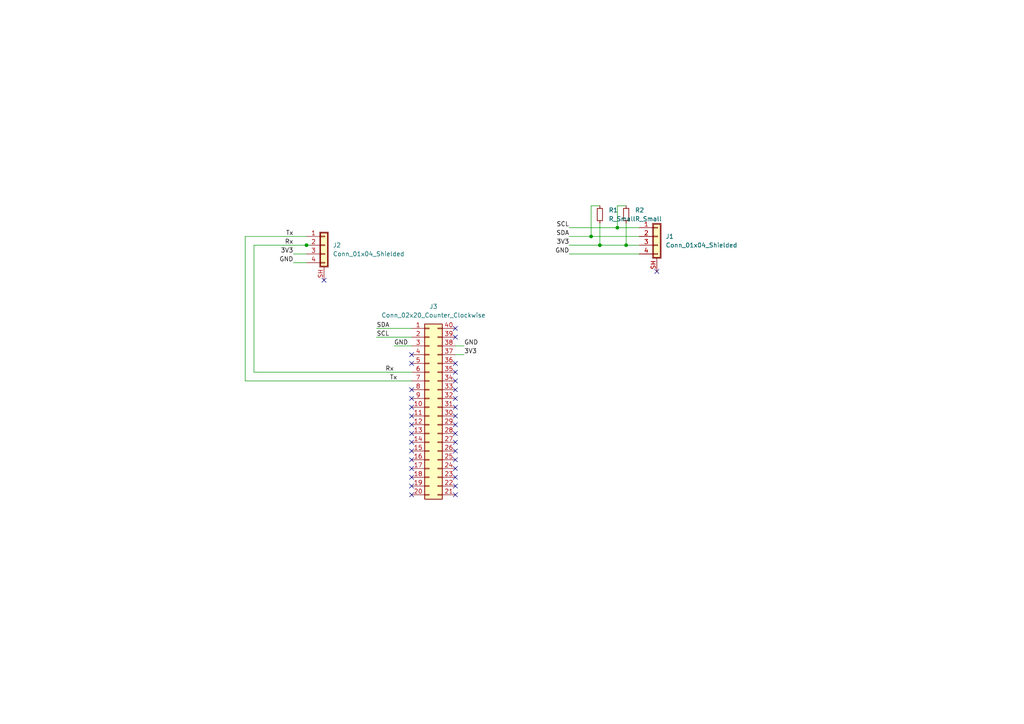
<source format=kicad_sch>
(kicad_sch (version 20211123) (generator eeschema)
  (paper "A4")
  (lib_symbols
    (symbol "Connector_Generic:Conn_02x20_Counter_Clockwise" (pin_names (offset 1.016) hide)
      (property "Reference" "J" (at 1.27 25.4 0))
      (property "Value" "Conn_02x20_Counter_Clockwise" (at 1.27 -27.94 0))
      (symbol "Conn_02x20_Counter_Clockwise_1_1"
        (rectangle (start -1.27 -25.273) (end 0 -25.527) (stroke (width 0.1524)))
        (rectangle (start -1.27 -22.733) (end 0 -22.987) (stroke (width 0.1524)))
        (rectangle (start -1.27 -20.193) (end 0 -20.447) (stroke (width 0.1524)))
        (rectangle (start -1.27 -17.653) (end 0 -17.907) (stroke (width 0.1524)))
        (rectangle (start -1.27 -15.113) (end 0 -15.367) (stroke (width 0.1524)))
        (rectangle (start -1.27 -12.573) (end 0 -12.827) (stroke (width 0.1524)))
        (rectangle (start -1.27 -10.033) (end 0 -10.287) (stroke (width 0.1524)))
        (rectangle (start -1.27 -7.493) (end 0 -7.747) (stroke (width 0.1524)))
        (rectangle (start -1.27 -4.953) (end 0 -5.207) (stroke (width 0.1524)))
        (rectangle (start -1.27 -2.413) (end 0 -2.667) (stroke (width 0.1524)))
        (rectangle (start -1.27 0.127) (end 0 -0.127) (stroke (width 0.1524)))
        (rectangle (start -1.27 2.667) (end 0 2.413) (stroke (width 0.1524)))
        (rectangle (start -1.27 5.207) (end 0 4.953) (stroke (width 0.1524)))
        (rectangle (start -1.27 7.747) (end 0 7.493) (stroke (width 0.1524)))
        (rectangle (start -1.27 10.287) (end 0 10.033) (stroke (width 0.1524)))
        (rectangle (start -1.27 12.827) (end 0 12.573) (stroke (width 0.1524)))
        (rectangle (start -1.27 15.367) (end 0 15.113) (stroke (width 0.1524)))
        (rectangle (start -1.27 17.907) (end 0 17.653) (stroke (width 0.1524)))
        (rectangle (start -1.27 20.447) (end 0 20.193) (stroke (width 0.1524)))
        (rectangle (start -1.27 22.987) (end 0 22.733) (stroke (width 0.1524)))
        (rectangle (start -1.27 24.13) (end 3.81 -26.67) (stroke (width 0.254)) (fill (type background)))
        (rectangle (start 3.81 -25.273) (end 2.54 -25.527) (stroke (width 0.1524)))
        (rectangle (start 3.81 -22.733) (end 2.54 -22.987) (stroke (width 0.1524)))
        (rectangle (start 3.81 -20.193) (end 2.54 -20.447) (stroke (width 0.1524)))
        (rectangle (start 3.81 -17.653) (end 2.54 -17.907) (stroke (width 0.1524)))
        (rectangle (start 3.81 -15.113) (end 2.54 -15.367) (stroke (width 0.1524)))
        (rectangle (start 3.81 -12.573) (end 2.54 -12.827) (stroke (width 0.1524)))
        (rectangle (start 3.81 -10.033) (end 2.54 -10.287) (stroke (width 0.1524)))
        (rectangle (start 3.81 -7.493) (end 2.54 -7.747) (stroke (width 0.1524)))
        (rectangle (start 3.81 -4.953) (end 2.54 -5.207) (stroke (width 0.1524)))
        (rectangle (start 3.81 -2.413) (end 2.54 -2.667) (stroke (width 0.1524)))
        (rectangle (start 3.81 0.127) (end 2.54 -0.127) (stroke (width 0.1524)))
        (rectangle (start 3.81 2.667) (end 2.54 2.413) (stroke (width 0.1524)))
        (rectangle (start 3.81 5.207) (end 2.54 4.953) (stroke (width 0.1524)))
        (rectangle (start 3.81 7.747) (end 2.54 7.493) (stroke (width 0.1524)))
        (rectangle (start 3.81 10.287) (end 2.54 10.033) (stroke (width 0.1524)))
        (rectangle (start 3.81 12.827) (end 2.54 12.573) (stroke (width 0.1524)))
        (rectangle (start 3.81 15.367) (end 2.54 15.113) (stroke (width 0.1524)))
        (rectangle (start 3.81 17.907) (end 2.54 17.653) (stroke (width 0.1524)))
        (rectangle (start 3.81 20.447) (end 2.54 20.193) (stroke (width 0.1524)))
        (rectangle (start 3.81 22.987) (end 2.54 22.733) (stroke (width 0.1524)))
        (pin passive line (at -5.08 22.86 0) (length 3.81) (name "Pin_1") (number "1"))
        (pin passive line (at -5.08 0 0) (length 3.81) (name "Pin_10") (number "10"))
        (pin passive line (at -5.08 -2.54 0) (length 3.81) (name "Pin_11") (number "11"))
        (pin passive line (at -5.08 -5.08 0) (length 3.81) (name "Pin_12") (number "12"))
        (pin passive line (at -5.08 -7.62 0) (length 3.81) (name "Pin_13") (number "13"))
        (pin passive line (at -5.08 -10.16 0) (length 3.81) (name "Pin_14") (number "14"))
        (pin passive line (at -5.08 -12.7 0) (length 3.81) (name "Pin_15") (number "15"))
        (pin passive line (at -5.08 -15.24 0) (length 3.81) (name "Pin_16") (number "16"))
        (pin passive line (at -5.08 -17.78 0) (length 3.81) (name "Pin_17") (number "17"))
        (pin passive line (at -5.08 -20.32 0) (length 3.81) (name "Pin_18") (number "18"))
        (pin passive line (at -5.08 -22.86 0) (length 3.81) (name "Pin_19") (number "19"))
        (pin passive line (at -5.08 20.32 0) (length 3.81) (name "Pin_2") (number "2"))
        (pin passive line (at -5.08 -25.4 0) (length 3.81) (name "Pin_20") (number "20"))
        (pin passive line (at 7.62 -25.4 180) (length 3.81) (name "Pin_21") (number "21"))
        (pin passive line (at 7.62 -22.86 180) (length 3.81) (name "Pin_22") (number "22"))
        (pin passive line (at 7.62 -20.32 180) (length 3.81) (name "Pin_23") (number "23"))
        (pin passive line (at 7.62 -17.78 180) (length 3.81) (name "Pin_24") (number "24"))
        (pin passive line (at 7.62 -15.24 180) (length 3.81) (name "Pin_25") (number "25"))
        (pin passive line (at 7.62 -12.7 180) (length 3.81) (name "Pin_26") (number "26"))
        (pin passive line (at 7.62 -10.16 180) (length 3.81) (name "Pin_27") (number "27"))
        (pin passive line (at 7.62 -7.62 180) (length 3.81) (name "Pin_28") (number "28"))
        (pin passive line (at 7.62 -5.08 180) (length 3.81) (name "Pin_29") (number "29"))
        (pin passive line (at -5.08 17.78 0) (length 3.81) (name "Pin_3") (number "3"))
        (pin passive line (at 7.62 -2.54 180) (length 3.81) (name "Pin_30") (number "30"))
        (pin passive line (at 7.62 0 180) (length 3.81) (name "Pin_31") (number "31"))
        (pin passive line (at 7.62 2.54 180) (length 3.81) (name "Pin_32") (number "32"))
        (pin passive line (at 7.62 5.08 180) (length 3.81) (name "Pin_33") (number "33"))
        (pin passive line (at 7.62 7.62 180) (length 3.81) (name "Pin_34") (number "34"))
        (pin passive line (at 7.62 10.16 180) (length 3.81) (name "Pin_35") (number "35"))
        (pin passive line (at 7.62 12.7 180) (length 3.81) (name "Pin_36") (number "36"))
        (pin passive line (at 7.62 15.24 180) (length 3.81) (name "Pin_37") (number "37"))
        (pin passive line (at 7.62 17.78 180) (length 3.81) (name "Pin_38") (number "38"))
        (pin passive line (at 7.62 20.32 180) (length 3.81) (name "Pin_39") (number "39"))
        (pin passive line (at -5.08 15.24 0) (length 3.81) (name "Pin_4") (number "4"))
        (pin passive line (at 7.62 22.86 180) (length 3.81) (name "Pin_40") (number "40"))
        (pin passive line (at -5.08 12.7 0) (length 3.81) (name "Pin_5") (number "5"))
        (pin passive line (at -5.08 10.16 0) (length 3.81) (name "Pin_6") (number "6"))
        (pin passive line (at -5.08 7.62 0) (length 3.81) (name "Pin_7") (number "7"))
        (pin passive line (at -5.08 5.08 0) (length 3.81) (name "Pin_8") (number "8"))
        (pin passive line (at -5.08 2.54 0) (length 3.81) (name "Pin_9") (number "9"))
      )
    )
    (symbol "Connector_Generic_Shielded:Conn_01x04_Shielded" (pin_names (offset 1.016) hide)
      (property "Reference" "J" (at 0.254 4.826 0))
      (property "Value" "Conn_01x04_Shielded" (at 1.016 -7.366 0))
      (symbol "Conn_01x04_Shielded_1_1"
        (rectangle (start -1.27 3.81) (end 1.27 -6.35) (stroke (width 0.1524)))
        (rectangle (start -1.016 -4.953) (end 0.254 -5.207) (stroke (width 0.1524)))
        (rectangle (start -1.016 -2.413) (end 0.254 -2.667) (stroke (width 0.1524)))
        (rectangle (start -1.016 0.127) (end 0.254 -0.127) (stroke (width 0.1524)))
        (rectangle (start -1.016 2.667) (end 0.254 2.413) (stroke (width 0.1524)))
        (rectangle (start -1.016 3.556) (end 1.016 -6.096) (stroke (width 0.254)) (fill (type background)))
        (pin passive line (at -5.08 2.54 0) (length 4.064) (name "Pin_1") (number "1"))
        (pin passive line (at -5.08 0 0) (length 4.064) (name "Pin_2") (number "2"))
        (pin passive line (at -5.08 -2.54 0) (length 4.064) (name "Pin_3") (number "3"))
        (pin passive line (at -5.08 -5.08 0) (length 4.064) (name "Pin_4") (number "4"))
        (pin passive line (at 0 -10.16 90) (length 3.81) (name "Shield") (number "SH"))
      )
    )
    (symbol "Device:R_Small" (pin_numbers hide) (pin_names (offset 0.254) hide)
      (property "Reference" "R" (at 0.762 0.508 0))
      (property "Value" "R_Small" (at 0.762 -1.016 0))
      (symbol "R_Small_0_1"
        (rectangle (start -0.762 1.778) (end 0.762 -1.778) (stroke (width 0.2032)))
      )
      (symbol "R_Small_1_1"
        (pin passive line (at 0 2.54 270) (length 0.762) (name "~") (number "1"))
        (pin passive line (at 0 -2.54 90) (length 0.762) (name "~") (number "2"))
      )
    )
  )
  (junction (at 181.61 71.12))
  (junction (at 173.99 71.12))
  (junction (at 171.45 68.58))
  (junction (at 179.07 66.04))
  (junction (at 88.9 71.12))
  (no_connect (at 119.38 143.51))
  (no_connect (at 119.38 118.11))
  (no_connect (at 119.38 133.35))
  (no_connect (at 119.38 123.19))
  (no_connect (at 132.08 105.41))
  (no_connect (at 119.38 125.73))
  (no_connect (at 119.38 138.43))
  (no_connect (at 119.38 130.81))
  (no_connect (at 190.5 78.74))
  (no_connect (at 132.08 118.11))
  (no_connect (at 119.38 113.03))
  (no_connect (at 119.38 135.89))
  (no_connect (at 132.08 97.79))
  (no_connect (at 132.08 128.27))
  (no_connect (at 119.38 140.97))
  (no_connect (at 132.08 95.25))
  (no_connect (at 132.08 125.73))
  (no_connect (at 119.38 120.65))
  (no_connect (at 132.08 123.19))
  (no_connect (at 132.08 138.43))
  (no_connect (at 119.38 102.87))
  (no_connect (at 132.08 143.51))
  (no_connect (at 119.38 105.41))
  (no_connect (at 132.08 135.89))
  (no_connect (at 132.08 130.81))
  (no_connect (at 132.08 120.65))
  (no_connect (at 132.08 140.97))
  (no_connect (at 132.08 115.57))
  (no_connect (at 132.08 113.03))
  (no_connect (at 93.98 81.28))
  (no_connect (at 132.08 110.49))
  (no_connect (at 132.08 107.95))
  (no_connect (at 119.38 128.27))
  (no_connect (at 119.38 115.57))
  (no_connect (at 132.08 133.35))
  (wire (pts (xy 73.66 71.12) (xy 88.9 71.12)))
  (wire (pts (xy 179.07 59.69) (xy 179.07 66.04)))
  (wire (pts (xy 181.61 64.77) (xy 181.61 71.12)))
  (wire (pts (xy 109.22 97.79) (xy 119.38 97.79)))
  (wire (pts (xy 85.09 76.2) (xy 88.9 76.2)))
  (wire (pts (xy 71.12 110.49) (xy 119.38 110.49)))
  (wire (pts (xy 88.9 71.12) (xy 90.17 71.12)))
  (wire (pts (xy 114.3 100.33) (xy 119.38 100.33)))
  (wire (pts (xy 119.38 107.95) (xy 73.66 107.95)))
  (wire (pts (xy 71.12 68.58) (xy 71.12 110.49)))
  (wire (pts (xy 85.09 73.66) (xy 88.9 73.66)))
  (wire (pts (xy 109.22 95.25) (xy 119.38 95.25)))
  (wire (pts (xy 173.99 59.69) (xy 171.45 59.69)))
  (wire (pts (xy 171.45 68.58) (xy 185.42 68.58)))
  (wire (pts (xy 181.61 59.69) (xy 179.07 59.69)))
  (wire (pts (xy 179.07 66.04) (xy 185.42 66.04)))
  (wire (pts (xy 132.08 102.87) (xy 134.62 102.87)))
  (wire (pts (xy 165.1 68.58) (xy 171.45 68.58)))
  (wire (pts (xy 173.99 64.77) (xy 173.99 71.12)))
  (wire (pts (xy 181.61 71.12) (xy 185.42 71.12)))
  (wire (pts (xy 88.9 68.58) (xy 71.12 68.58)))
  (wire (pts (xy 173.99 71.12) (xy 181.61 71.12)))
  (wire (pts (xy 165.1 66.04) (xy 179.07 66.04)))
  (wire (pts (xy 171.45 59.69) (xy 171.45 68.58)))
  (wire (pts (xy 73.66 107.95) (xy 73.66 71.12)))
  (wire (pts (xy 165.1 73.66) (xy 185.42 73.66)))
  (wire (pts (xy 132.08 100.33) (xy 134.62 100.33)))
  (wire (pts (xy 165.1 71.12) (xy 173.99 71.12)))
  (label "GND" (at 85.09 76.2 180))
  (label "Tx" (at 85.09 68.58 180))
  (label "Tx" (at 113.03 110.49 0))
  (label "SCL" (at 109.22 97.79 0))
  (label "3V3" (at 134.62 102.87 0))
  (label "GND" (at 165.1 73.66 180))
  (label "3V3" (at 85.09 73.66 180))
  (label "SDA" (at 109.22 95.25 0))
  (label "GND" (at 114.3 100.33 0))
  (label "SCL" (at 165.1 66.04 180))
  (label "SDA" (at 165.1 68.58 180))
  (label "3V3" (at 165.1 71.12 180))
  (label "GND" (at 134.62 100.33 0))
  (label "Rx" (at 111.76 107.95 0))
  (label "Rx" (at 85.09 71.12 180))
  (symbol (lib_id "Device:R_Small") (at 173.99 62.23 0) (unit 1)
    (property "Reference" "R1" (at 176.53 60.9599 0) (effects (justify left)))
    (property "Value" "R_Small" (at 176.53 63.4999 0) (effects (justify left)))
    (property "Footprint" "Resistor_SMD:R_0603_1608Metric" (effects hide))
  )
  (symbol (lib_id "Connector_Generic:Conn_02x20_Counter_Clockwise") (at 124.46 118.11 0) (unit 1)
    (property "Reference" "J3" (at 125.73 88.9 0))
    (property "Value" "Conn_02x20_Counter_Clockwise" (at 125.73 91.44 0))
    (property "Footprint" "RaspberryPiPico:RaspberryPiPico" (effects hide))
  )
  (symbol (lib_id "Connector_Generic_Shielded:Conn_01x04_Shielded") (at 190.5 68.58 0) (unit 1)
    (property "Reference" "J1" (at 193.04 68.5799 0) (effects (justify left)))
    (property "Value" "Conn_01x04_Shielded" (at 193.04 71.1199 0) (effects (justify left)))
    (property "Footprint" "Connector_JST:JST_EH_B4B-EH-A_1x04_P2.50mm_Vertical" (effects hide))
  )
  (symbol (lib_id "Device:R_Small") (at 181.61 62.23 0) (unit 1)
    (property "Reference" "R2" (at 184.15 60.9599 0) (effects (justify left)))
    (property "Value" "R_Small" (at 184.15 63.4999 0) (effects (justify left)))
    (property "Footprint" "Resistor_SMD:R_0603_1608Metric" (effects hide))
  )
  (symbol (lib_id "Connector_Generic_Shielded:Conn_01x04_Shielded") (at 93.98 71.12 0) (unit 1)
    (property "Reference" "J2" (at 96.52 71.1199 0) (effects (justify left)))
    (property "Value" "Conn_01x04_Shielded" (at 96.52 73.6599 0) (effects (justify left)))
    (property "Footprint" "Connector_JST:JST_EH_B4B-EH-A_1x04_P2.50mm_Vertical" (effects hide))
  )
)
</source>
